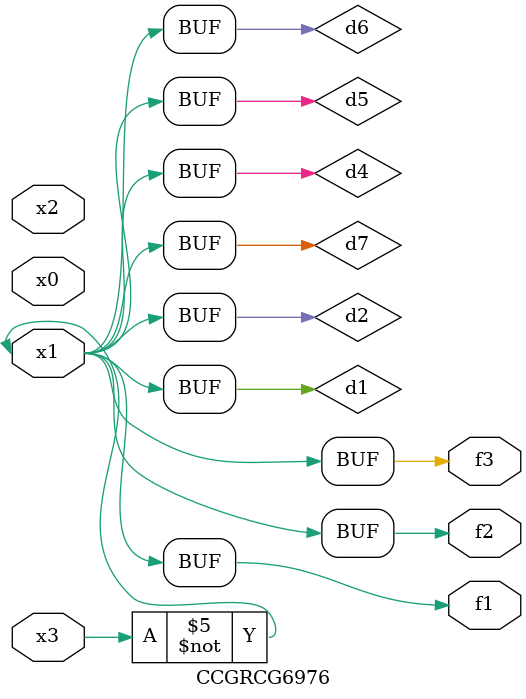
<source format=v>
module CCGRCG6976(
	input x0, x1, x2, x3,
	output f1, f2, f3
);

	wire d1, d2, d3, d4, d5, d6, d7;

	not (d1, x3);
	buf (d2, x1);
	xnor (d3, d1, d2);
	nor (d4, d1);
	buf (d5, d1, d2);
	buf (d6, d4, d5);
	nand (d7, d4);
	assign f1 = d6;
	assign f2 = d7;
	assign f3 = d6;
endmodule

</source>
